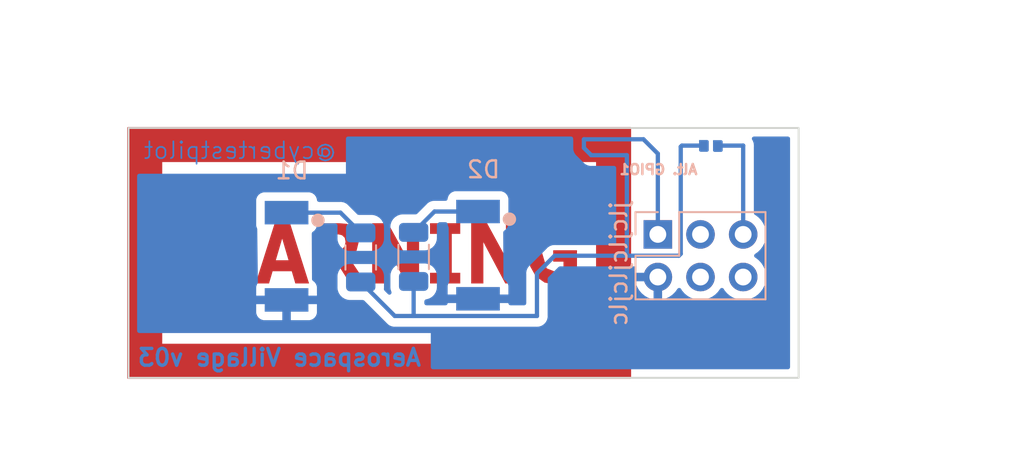
<source format=kicad_pcb>
(kicad_pcb (version 20211014) (generator pcbnew)
  (title_block (title "Master Warning SAO") (date "2022-05-10") (rev "v02") (company "Author: Dan Allen"))
  (layers (0 "F.Cu" signal) (31 "B.Cu" signal) (34 "B.Paste" user) (35 "F.Paste" user) (36 "B.SilkS" user "B.Silkscreen") (37 "F.SilkS" user "F.Silkscreen") (38 "B.Mask" user) (39 "F.Mask" user) (44 "Edge.Cuts" user))
  (net 0 "")
  (net 1 "Net-(D1-Pad2)")
  (net 2 "GND")
  (net 3 "Net-(D2-Pad2)")
  (net 4 "Net-(J1-Pad1)")
  (footprint "aerospace_badge:warning" (layer "F.Cu") (at 210.82 88.9)
    (fp_text reference "svg2mod" hide)
    (fp_text value "G***" hide)
    (fp_poly (pts (xy 7.983168 -0.886861) (xy 7.219641 -0.886861) (xy 5.915465 -3.351481) (xy 5.915465 -0.886861) (xy 5.189087 -0.886861) (xy 5.189087 -4.477681) (xy 6.136268 -4.477681) (xy 7.256791 -2.420612) (xy 7.256791 -4.477681) (xy 7.983168 -4.477681) (xy 7.983168 -0.886861)) (layer "F.Cu") (width 0) (fill solid))
    (fp_poly (pts (xy 2.089599 -0.886861) (xy 1.326076 -0.886861) (xy 0.021897 -3.351481) (xy 0.021897 -0.886861) (xy -0.704481 -0.886861) (xy -0.704481 -4.477681) (xy 0.2427 -4.477681) (xy 1.363221 -2.420612) (xy 1.363221 -4.477681) (xy 2.089599 -4.477681) (xy 2.089599 -0.886861)) (layer "F.Cu") (width 0) (fill solid))
    (fp_poly (pts (xy -7.830002 -4.477681) (xy -8.657495 -0.886861) (xy -9.534514 -0.886861) (xy -10.085489 -3.226081) (xy -10.622018 -0.886861) (xy -11.499037 -0.886861) (xy -12.32653 -4.477681) (xy -11.499037 -4.477681) (xy -11.026479 -2.00583) (xy -10.46106 -4.477681) (xy -9.67071 -4.477681) (xy -9.132117 -2.00583) (xy -8.63686 -4.477681) (xy -7.830002 -4.477681)) (layer "F.Cu") (width 0) (fill solid))
    (fp_poly (pts (xy -15.24 -10.16) (xy -15.24 4.743484) (xy 12.673025 4.743484) (xy 12.673025 2.752908) (xy -13.249942 2.752908) (xy -13.249942 -8.169939) (xy 12.673025 -8.169939) (xy 12.673025 2.752908) (xy 12.673025 4.743484) (xy 14.663083 4.743484) (xy 14.663083 -10.16) (xy -15.24 -10.16)) (layer "F.Cu") (width 0.096499) (fill solid))
    (fp_poly (pts (xy -1.055289 -0.886861) (xy -2.023105 -0.886861) (xy -2.860916 -2.203573) (xy -3.226169 -2.203573) (xy -3.226169 -0.886861) (xy -3.226171 -0.886861) (xy -3.226171 -2.849978) (xy -2.982669 -2.849978) (xy -2.664879 -2.871707) (xy -2.450267 -2.970621) (xy -2.33058 -3.134603) (xy -2.291377 -3.378171) (xy -2.29137 -3.378009) (xy -2.338834 -3.609524) (xy -2.501857 -3.761452) (xy -2.689641 -3.807288) (xy -2.939335 -3.817018) (xy -3.226171 -3.817018) (xy -3.226171 -2.849978) (xy -3.226171 -0.886861) (xy -4.014454 -0.886861) (xy -4.014454 -4.477681) (xy -2.685513 -4.477681) (xy -2.217081 -4.441467) (xy -1.849765 -4.284717) (xy -1.575309 -3.971216) (xy -1.472131 -3.491313) (xy -1.631026 -2.842594) (xy -2.080885 -2.425401) (xy -1.055289 -0.886861)) (layer "F.Cu") (width 0) (fill solid))
    (fp_poly (pts (xy -4.460186 -0.886861) (xy -5.279424 -0.886861) (xy -5.491972 -1.612744) (xy -5.683885 -1.612744) (xy -5.683885 -2.271105) (xy -6.061519 -3.558877) (xy -6.439154 -2.271105) (xy -5.683885 -2.271105) (xy -5.683885 -1.612744) (xy -6.631066 -1.612744) (xy -6.843614 -0.886861) (xy -7.642217 -0.886861) (xy -6.507251 -4.477681) (xy -5.595151 -4.477681) (xy -4.460186 -0.886861)) (layer "F.Cu") (width 0) (fill solid))
    (fp_poly (pts (xy 11.489179 -1.091847) (xy 10.942333 -0.903736) (xy 10.263418 -0.812065) (xy 9.564378 -0.936262) (xy 9.035586 -1.308854) (xy 8.702835 -1.902699) (xy 8.591918 -2.685855) (xy 8.703869 -3.441282) (xy 9.039721 -4.033927) (xy 9.575733 -4.419176) (xy 10.288182 -4.547592) (xy 10.86598 -4.482514) (xy 11.476802 -4.229303) (xy 11.476802 -3.387663) (xy 11.388091 -3.387663) (xy 11.218882 -3.529949) (xy 11.004264 -3.68911) (xy 10.723616 -3.821753) (xy 10.385191 -3.87721) (xy 10.003436 -3.804888) (xy 9.695962 -3.583028) (xy 9.489604 -3.21406) (xy 9.415324 -2.700395) (xy 9.685648 -1.788823) (xy 10.484253 -1.472901) (xy 10.583306 -1.475063) (xy 10.684422 -1.482631) (xy 10.684422 -2.186817) (xy 10.071537 -2.186817) (xy 10.071537 -2.864464) (xy 11.489216 -2.864464) (xy 11.489179 -1.091847)) (layer "F.Cu") (width 0) (fill solid))
    (fp_poly (pts (xy 4.539062 -0.886861) (xy 2.739625 -0.886861) (xy 2.739625 -1.523515) (xy 3.243137 -1.523515) (xy 3.243137 -3.841027) (xy 2.739625 -3.841027) (xy 2.739625 -4.477681) (xy 4.539062 -4.477681) (xy 4.539062 -3.841027) (xy 4.035549 -3.841027) (xy 4.035549 -1.523515) (xy 4.539062 -1.523515) (xy 4.539062 -0.886861)) (layer "F.Cu") (width 0) (fill solid))
    (fp_poly (pts (xy -15.2062 -10.152794) (xy -15.2062 4.73581) (xy 24.682403 4.73581) (xy 24.682403 -10.152794) (xy -15.2062 -10.152794)) (layer "Edge.Cuts") (width 0.111396) (fill none))
  )
  (footprint "sunled:XZM2CRK45WT-9" (layer "B.Cu") (at 205.019401 86.393178 90)
    (fp_text reference "D1" (at 5.10286 0.32512) (layer "B.SilkS") (effects (justify mirror)))
    (fp_text value "LED" hide)
    (fp_circle (center 2.144383 1.869315) (end 2.344383 1.869315) (layer "B.SilkS") (width 0.4) (fill none))
    (pad "1" smd rect (at -2.6 0 90) (size 1.4 2.6) (layers "B.Cu" "B.Paste" "B.Mask") (net 2 "GND"))
    (pad "2" smd rect (at 2.6 0 90) (size 1.4 2.6) (layers "B.Cu" "B.Paste" "B.Mask") (net 1 "Net-(D1-Pad2)"))
    (zone (net 0) (net_name "") (layer "B.Cu") (connect_pads (clearance 0)) (min_thickness 0.254)
      (keepout (tracks not_allowed) (vias not_allowed) (pads not_allowed) (copperpour not_allowed) (footprints allowed))
      (fill (thermal_gap 0.508) (thermal_bridge_width 0.508))
      (polygon (pts (xy 203.27426 84.689981) (xy 203.314261 88.050096) (xy 206.534744 88.063584) (xy 206.516114 84.654274)))
    )
  )
  (footprint "sunled:XZM2CRK45WT-9" (layer "B.Cu") (at 216.416997 86.325978 90)
    (fp_text reference "D2" (at 5.10286 0.32512) (layer "B.SilkS") (effects (justify mirror)))
    (fp_text value "LED" hide)
    (fp_circle (center 2.144383 1.869315) (end 2.344383 1.869315) (layer "B.SilkS") (width 0.4) (fill none))
    (pad "1" smd rect (at -2.6 0 90) (size 1.4 2.6) (layers "B.Cu" "B.Paste" "B.Mask") (net 2 "GND"))
    (pad "2" smd rect (at 2.6 0 90) (size 1.4 2.6) (layers "B.Cu" "B.Paste" "B.Mask") (net 3 "Net-(D2-Pad2)"))
    (zone (net 0) (net_name "") (layer "B.Cu") (connect_pads (clearance 0)) (min_thickness 0.254)
      (keepout (tracks not_allowed) (vias not_allowed) (pads not_allowed) (copperpour not_allowed) (footprints allowed))
      (fill (thermal_gap 0.508) (thermal_bridge_width 0.508))
      (polygon (pts (xy 214.671856 84.622781) (xy 214.711857 87.982896) (xy 217.93234 87.996384) (xy 217.91371 84.587074)))
    )
  )
  (footprint "Resistor_SMD:R_1206_3216Metric" (layer "B.Cu") (at 209.435004 86.462958 -90)
    (fp_text reference "R1" hide)
    (fp_text value "330")
    (fp_line (start -0.727064 -0.91) (end 0.727064 -0.91) (layer "B.SilkS") (width 0.12))
    (fp_line (start -0.727064 0.91) (end 0.727064 0.91) (layer "B.SilkS") (width 0.12))
    (pad "1" smd roundrect locked (at -1.4625 0 270) (size 1.125 1.75) (layers "B.Cu" "B.Paste" "B.Mask") (roundrect_rratio 0.2222204444) (net 1 "Net-(D1-Pad2)"))
    (pad "2" smd roundrect locked (at 1.4625 0 270) (size 1.125 1.75) (layers "B.Cu" "B.Paste" "B.Mask") (roundrect_rratio 0.2222204444) (net 4 "Net-(J1-Pad1)"))
  )
  (footprint "Resistor_SMD:R_1206_3216Metric" (layer "B.Cu") (at 212.584733 86.431356 -90)
    (fp_text reference "R2" hide)
    (fp_text value "300")
    (fp_line (start -0.727064 -0.91) (end 0.727064 -0.91) (layer "B.SilkS") (width 0.12))
    (fp_line (start -0.727064 0.91) (end 0.727064 0.91) (layer "B.SilkS") (width 0.12))
    (pad "1" smd roundrect locked (at -1.4625 0 270) (size 1.125 1.75) (layers "B.Cu" "B.Paste" "B.Mask") (roundrect_rratio 0.2222204444) (net 3 "Net-(D2-Pad2)"))
    (pad "2" smd roundrect locked (at 1.4625 0 270) (size 1.125 1.75) (layers "B.Cu" "B.Paste" "B.Mask") (roundrect_rratio 0.2222204444) (net 4 "Net-(J1-Pad1)"))
  )
  (footprint "Connector_PinHeader_2.54mm:PinHeader_2x03_P2.54mm_Vertical" (layer "B.Cu") (at 227.121946 85.09 -90)
    (fp_text reference "J1" hide)
    (fp_text value "Conn_02x03_Counter_Clockwise")
    (fp_line (start -1.33 -6.41) (end 3.87 -6.41) (layer "B.SilkS") (width 0.12))
    (fp_line (start 3.87 1.33) (end 3.87 -6.41) (layer "B.SilkS") (width 0.12))
    (fp_line (start -1.33 1.33) (end 0 1.33) (layer "B.SilkS") (width 0.12))
    (fp_line (start 1.27 -1.27) (end 1.27 1.33) (layer "B.SilkS") (width 0.12))
    (fp_line (start 1.27 1.33) (end 3.87 1.33) (layer "B.SilkS") (width 0.12))
    (fp_line (start -1.33 -1.27) (end 1.27 -1.27) (layer "B.SilkS") (width 0.12))
    (fp_line (start -1.33 -1.27) (end -1.33 -6.41) (layer "B.SilkS") (width 0.12))
    (fp_line (start -1.33 0) (end -1.33 1.33) (layer "B.SilkS") (width 0.12))
    (pad "1" thru_hole rect locked (at 0 0 270) (size 1.7 1.7) (drill 1) (layers *.Cu *.Mask) (net 4 "Net-(J1-Pad1)"))
    (pad "2" thru_hole oval locked (at 2.54 0 270) (size 1.7 1.7) (drill 1) (layers *.Cu *.Mask) (net 2 "GND"))
    (pad "3" thru_hole oval locked (at 0 -2.54 270) (size 1.7 1.7) (drill 1) (layers *.Cu *.Mask))
    (pad "4" thru_hole oval locked (at 2.54 -2.54 270) (size 1.7 1.7) (drill 1) (layers *.Cu *.Mask))
    (pad "5" thru_hole oval locked (at 0 -5.08 270) (size 1.7 1.7) (drill 1) (layers *.Cu *.Mask) (net 4 "Net-(J1-Pad1)"))
    (pad "6" thru_hole oval locked (at 2.54 -5.08 270) (size 1.7 1.7) (drill 1) (layers *.Cu *.Mask))
  )
  (gr_rect (start 229.675128 79.563758) (end 230.052765 80.063871) (layer "B.Cu") (width 0.2) (fill solid))
  (gr_rect (start 230.506303 79.573235) (end 230.88394 80.073348) (layer "B.Cu") (width 0.2) (fill solid))
  (gr_text "Aerospace Village v03\n" (at 204.592454 92.430867) (layer "B.Cu") (effects (font (size 1 1) (thickness 0.2)) (justify mirror)))
  (gr_text "@cybertestpilot" (at 202.256724 80.084863) (layer "B.Cu") (effects (font (size 1 1) (thickness 0.1)) (justify mirror)))
  (gr_text "Alt. GPIO1" (at 227.158602 81.226673) (layer "B.SilkS") (effects (font (size 0.6 0.6)) (justify mirror)))
  (gr_text "jlcjlcjlcjlc" (at 224.791022 86.834383 90) (layer "B.SilkS") (effects (font (size 1 1)) (justify mirror)))
  (segment (start 208.227724 83.793178) (end 205.019401 83.793178) (width 0.254) (layer "B.Cu") (net 1))
  (segment (start 209.435004 85.000458) (end 208.227724 83.793178) (width 0.254) (layer "B.Cu") (net 1))
  (segment (start 212.584733 84.968856) (end 213.827611 83.725978) (width 0.254) (layer "B.Cu") (net 3))
  (segment (start 213.827611 83.725978) (end 216.416997 83.725978) (width 0.254) (layer "B.Cu") (net 3))
  (segment (start 219.926128 89.952489) (end 212.569755 89.952489) (width 0.254) (layer "B.Cu") (net 4))
  (segment (start 228.485435 79.865998) (end 228.485435 86.245435) (width 0.254) (layer "B.Cu") (net 4))
  (segment (start 219.926128 87.413872) (end 219.926128 89.952489) (width 0.254) (layer "B.Cu") (net 4))
  (segment (start 220.98 86.36) (end 225.225878 86.36) (width 0.254) (layer "B.Cu") (net 4))
  (segment (start 232.201946 85.09) (end 232.201946 79.797047) (width 0.254) (layer "B.Cu") (net 4))
  (segment (start 228.485435 86.245435) (end 228.37087 86.36) (width 0.254) (layer "B.Cu") (net 4))
  (segment (start 227.121946 80.276263) (end 226.265811 79.420128) (width 0.254) (layer "B.Cu") (net 4))
  (segment (start 228.37087 86.36) (end 225.225878 86.36) (width 0.254) (layer "B.Cu") (net 4))
  (segment (start 222.721693 79.933957) (end 223.157473 80.369737) (width 0.254) (layer "B.Cu") (net 4))
  (segment (start 225.277833 86.308045) (end 225.225878 86.36) (width 0.254) (layer "B.Cu") (net 4))
  (segment (start 222.728198 79.420128) (end 222.721693 79.426633) (width 0.254) (layer "B.Cu") (net 4))
  (segment (start 226.265811 79.420128) (end 222.728198 79.420128) (width 0.254) (layer "B.Cu") (net 4))
  (segment (start 227.121946 85.09) (end 227.121946 80.276263) (width 0.254) (layer "B.Cu") (net 4))
  (segment (start 225.277833 80.369737) (end 225.277833 86.308045) (width 0.254) (layer "B.Cu") (net 4))
  (segment (start 219.926128 87.413872) (end 220.98 86.36) (width 0.254) (layer "B.Cu") (net 4))
  (segment (start 228.554077 79.797356) (end 228.485435 79.865998) (width 0.254) (layer "B.Cu") (net 4))
  (segment (start 211.462035 89.952489) (end 209.435004 87.925458) (width 0.254) (layer "B.Cu") (net 4))
  (segment (start 212.584733 89.937511) (end 212.569755 89.952489) (width 0.254) (layer "B.Cu") (net 4))
  (segment (start 229.838073 79.797356) (end 228.554077 79.797356) (width 0.254) (layer "B.Cu") (net 4))
  (segment (start 222.721693 79.426633) (end 222.721693 79.933957) (width 0.254) (layer "B.Cu") (net 4))
  (segment (start 232.201946 79.797047) (end 230.633236 79.797047) (width 0.254) (layer "B.Cu") (net 4))
  (segment (start 212.584733 87.893856) (end 212.584733 89.937511) (width 0.254) (layer "B.Cu") (net 4))
  (segment (start 212.569755 89.952489) (end 211.462035 89.952489) (width 0.254) (layer "B.Cu") (net 4))
  (segment (start 223.157473 80.369737) (end 225.277833 80.369737) (width 0.254) (layer "B.Cu") (net 4))
  (zone (net 2) (net_name "GND") (layer "B.Cu") (connect_pads (clearance 0.508)) (min_thickness 0.254) (fill yes (thermal_gap 0.508) (thermal_bridge_width 0.508))
    (polygon (pts (xy 243.84 96.52) (xy 187.96 99.06) (xy 190.5 71.12) (xy 248.92 71.12)))
  )
)
</source>
